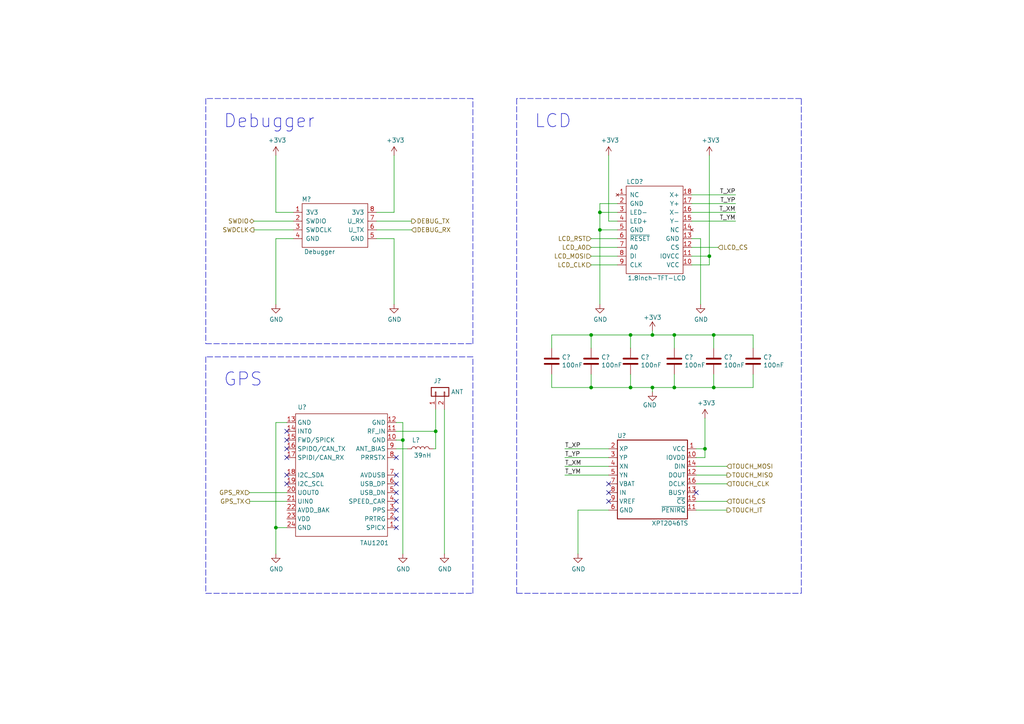
<source format=kicad_sch>
(kicad_sch (version 20211123) (generator eeschema)

  (uuid e04b8c10-725b-4bde-8cbf-66bfea5053e6)

  (paper "A4")

  (title_block
    (title "MM32_Board")
    (date "2022-01-11")
    (rev "1.0.2")
  )

  (lib_symbols
    (symbol "Connector_Generic:Conn_01x02" (pin_names (offset 1.016) hide) (in_bom yes) (on_board yes)
      (property "Reference" "J" (id 0) (at 0 2.54 0)
        (effects (font (size 1.27 1.27)))
      )
      (property "Value" "Conn_01x02" (id 1) (at 0 -5.08 0)
        (effects (font (size 1.27 1.27)))
      )
      (property "Footprint" "" (id 2) (at 0 0 0)
        (effects (font (size 1.27 1.27)) hide)
      )
      (property "Datasheet" "~" (id 3) (at 0 0 0)
        (effects (font (size 1.27 1.27)) hide)
      )
      (property "ki_keywords" "connector" (id 4) (at 0 0 0)
        (effects (font (size 1.27 1.27)) hide)
      )
      (property "ki_description" "Generic connector, single row, 01x02, script generated (kicad-library-utils/schlib/autogen/connector/)" (id 5) (at 0 0 0)
        (effects (font (size 1.27 1.27)) hide)
      )
      (property "ki_fp_filters" "Connector*:*_1x??_*" (id 6) (at 0 0 0)
        (effects (font (size 1.27 1.27)) hide)
      )
      (symbol "Conn_01x02_1_1"
        (rectangle (start -1.27 -2.413) (end 0 -2.667)
          (stroke (width 0.1524) (type default) (color 0 0 0 0))
          (fill (type none))
        )
        (rectangle (start -1.27 0.127) (end 0 -0.127)
          (stroke (width 0.1524) (type default) (color 0 0 0 0))
          (fill (type none))
        )
        (rectangle (start -1.27 1.27) (end 1.27 -3.81)
          (stroke (width 0.254) (type default) (color 0 0 0 0))
          (fill (type none))
        )
        (pin passive line (at -5.08 0 0) (length 3.81)
          (name "Pin_1" (effects (font (size 1.27 1.27))))
          (number "1" (effects (font (size 1.27 1.27))))
        )
        (pin passive line (at -5.08 -2.54 0) (length 3.81)
          (name "Pin_2" (effects (font (size 1.27 1.27))))
          (number "2" (effects (font (size 1.27 1.27))))
        )
      )
    )
    (symbol "Device:C" (pin_numbers hide) (pin_names (offset 0.254)) (in_bom yes) (on_board yes)
      (property "Reference" "C" (id 0) (at 0.635 2.54 0)
        (effects (font (size 1.27 1.27)) (justify left))
      )
      (property "Value" "C" (id 1) (at 0.635 -2.54 0)
        (effects (font (size 1.27 1.27)) (justify left))
      )
      (property "Footprint" "" (id 2) (at 0.9652 -3.81 0)
        (effects (font (size 1.27 1.27)) hide)
      )
      (property "Datasheet" "~" (id 3) (at 0 0 0)
        (effects (font (size 1.27 1.27)) hide)
      )
      (property "ki_keywords" "cap capacitor" (id 4) (at 0 0 0)
        (effects (font (size 1.27 1.27)) hide)
      )
      (property "ki_description" "Unpolarized capacitor" (id 5) (at 0 0 0)
        (effects (font (size 1.27 1.27)) hide)
      )
      (property "ki_fp_filters" "C_*" (id 6) (at 0 0 0)
        (effects (font (size 1.27 1.27)) hide)
      )
      (symbol "C_0_1"
        (polyline
          (pts
            (xy -2.032 -0.762)
            (xy 2.032 -0.762)
          )
          (stroke (width 0.508) (type default) (color 0 0 0 0))
          (fill (type none))
        )
        (polyline
          (pts
            (xy -2.032 0.762)
            (xy 2.032 0.762)
          )
          (stroke (width 0.508) (type default) (color 0 0 0 0))
          (fill (type none))
        )
      )
      (symbol "C_1_1"
        (pin passive line (at 0 3.81 270) (length 2.794)
          (name "~" (effects (font (size 1.27 1.27))))
          (number "1" (effects (font (size 1.27 1.27))))
        )
        (pin passive line (at 0 -3.81 90) (length 2.794)
          (name "~" (effects (font (size 1.27 1.27))))
          (number "2" (effects (font (size 1.27 1.27))))
        )
      )
    )
    (symbol "Device:L" (pin_numbers hide) (pin_names (offset 1.016) hide) (in_bom yes) (on_board yes)
      (property "Reference" "L" (id 0) (at -1.27 0 90)
        (effects (font (size 1.27 1.27)))
      )
      (property "Value" "L" (id 1) (at 1.905 0 90)
        (effects (font (size 1.27 1.27)))
      )
      (property "Footprint" "" (id 2) (at 0 0 0)
        (effects (font (size 1.27 1.27)) hide)
      )
      (property "Datasheet" "~" (id 3) (at 0 0 0)
        (effects (font (size 1.27 1.27)) hide)
      )
      (property "ki_keywords" "inductor choke coil reactor magnetic" (id 4) (at 0 0 0)
        (effects (font (size 1.27 1.27)) hide)
      )
      (property "ki_description" "Inductor" (id 5) (at 0 0 0)
        (effects (font (size 1.27 1.27)) hide)
      )
      (property "ki_fp_filters" "Choke_* *Coil* Inductor_* L_*" (id 6) (at 0 0 0)
        (effects (font (size 1.27 1.27)) hide)
      )
      (symbol "L_0_1"
        (arc (start 0 -2.54) (mid 0.635 -1.905) (end 0 -1.27)
          (stroke (width 0) (type default) (color 0 0 0 0))
          (fill (type none))
        )
        (arc (start 0 -1.27) (mid 0.635 -0.635) (end 0 0)
          (stroke (width 0) (type default) (color 0 0 0 0))
          (fill (type none))
        )
        (arc (start 0 0) (mid 0.635 0.635) (end 0 1.27)
          (stroke (width 0) (type default) (color 0 0 0 0))
          (fill (type none))
        )
        (arc (start 0 1.27) (mid 0.635 1.905) (end 0 2.54)
          (stroke (width 0) (type default) (color 0 0 0 0))
          (fill (type none))
        )
      )
      (symbol "L_1_1"
        (pin passive line (at 0 3.81 270) (length 1.27)
          (name "1" (effects (font (size 1.27 1.27))))
          (number "1" (effects (font (size 1.27 1.27))))
        )
        (pin passive line (at 0 -3.81 90) (length 1.27)
          (name "2" (effects (font (size 1.27 1.27))))
          (number "2" (effects (font (size 1.27 1.27))))
        )
      )
    )
    (symbol "Driver_Display:XPT2046TS" (in_bom yes) (on_board yes)
      (property "Reference" "U" (id 0) (at 1.27 24.13 0)
        (effects (font (size 1.27 1.27)))
      )
      (property "Value" "XPT2046TS" (id 1) (at 8.89 24.13 0)
        (effects (font (size 1.27 1.27)) (justify left))
      )
      (property "Footprint" "Package_SO:TSSOP-16_4.4x5mm_P0.65mm" (id 2) (at 10.16 -2.54 0)
        (effects (font (size 1.27 1.27) italic) hide)
      )
      (property "Datasheet" "http://www.xptek.cn/uploadfile/download/201707171401161883.pdf" (id 3) (at 7.62 -5.08 0)
        (effects (font (size 1.27 1.27)) hide)
      )
      (property "ki_keywords" "Single-supply, 12bit, 4 ch, touch screen driver, 2.2 - 5.25 VDD, -40 to +85 C, QSPI, SPI, 3-wire serial interface, TSSOP-16" (id 4) (at 0 0 0)
        (effects (font (size 1.27 1.27)) hide)
      )
      (property "ki_description" "Single-supply, 12bit, 4 ch, touch screen driver, 2.2 - 5.25 VDD, -40 to +85 C, QSPI, SPI, 3-wire serial interface, TSSOP-16" (id 5) (at 0 0 0)
        (effects (font (size 1.27 1.27)) hide)
      )
      (property "ki_fp_filters" "*TSSOP*4.4x5mm*P0.65mm*" (id 6) (at 0 0 0)
        (effects (font (size 1.27 1.27)) hide)
      )
      (symbol "XPT2046TS_0_1"
        (rectangle (start 0 22.86) (end 20.32 0)
          (stroke (width 0.254) (type default) (color 0 0 0 0))
          (fill (type none))
        )
      )
      (symbol "XPT2046TS_1_1"
        (pin power_in line (at 22.86 20.32 180) (length 2.54)
          (name "VCC" (effects (font (size 1.27 1.27))))
          (number "1" (effects (font (size 1.27 1.27))))
        )
        (pin power_in line (at 22.86 17.78 180) (length 2.54)
          (name "IOVDD" (effects (font (size 1.27 1.27))))
          (number "10" (effects (font (size 1.27 1.27))))
        )
        (pin open_collector line (at 22.86 2.54 180) (length 2.54)
          (name "~{PENIRQ}" (effects (font (size 1.27 1.27))))
          (number "11" (effects (font (size 1.27 1.27))))
        )
        (pin output line (at 22.86 12.7 180) (length 2.54)
          (name "DOUT" (effects (font (size 1.27 1.27))))
          (number "12" (effects (font (size 1.27 1.27))))
        )
        (pin output line (at 22.86 7.62 180) (length 2.54)
          (name "BUSY" (effects (font (size 1.27 1.27))))
          (number "13" (effects (font (size 1.27 1.27))))
        )
        (pin input line (at 22.86 15.24 180) (length 2.54)
          (name "DIN" (effects (font (size 1.27 1.27))))
          (number "14" (effects (font (size 1.27 1.27))))
        )
        (pin input line (at 22.86 5.08 180) (length 2.54)
          (name "~{CS}" (effects (font (size 1.27 1.27))))
          (number "15" (effects (font (size 1.27 1.27))))
        )
        (pin input line (at 22.86 10.16 180) (length 2.54)
          (name "DCLK" (effects (font (size 1.27 1.27))))
          (number "16" (effects (font (size 1.27 1.27))))
        )
        (pin input line (at -2.54 20.32 0) (length 2.54)
          (name "XP" (effects (font (size 1.27 1.27))))
          (number "2" (effects (font (size 1.27 1.27))))
        )
        (pin input line (at -2.54 17.78 0) (length 2.54)
          (name "YP" (effects (font (size 1.27 1.27))))
          (number "3" (effects (font (size 1.27 1.27))))
        )
        (pin input line (at -2.54 15.24 0) (length 2.54)
          (name "XN" (effects (font (size 1.27 1.27))))
          (number "4" (effects (font (size 1.27 1.27))))
        )
        (pin input line (at -2.54 12.7 0) (length 2.54)
          (name "YN" (effects (font (size 1.27 1.27))))
          (number "5" (effects (font (size 1.27 1.27))))
        )
        (pin power_in line (at -2.54 2.54 0) (length 2.54)
          (name "GND" (effects (font (size 1.27 1.27))))
          (number "6" (effects (font (size 1.27 1.27))))
        )
        (pin power_in line (at -2.54 10.16 0) (length 2.54)
          (name "VBAT" (effects (font (size 1.27 1.27))))
          (number "7" (effects (font (size 1.27 1.27))))
        )
        (pin input line (at -2.54 7.62 0) (length 2.54)
          (name "IN" (effects (font (size 1.27 1.27))))
          (number "8" (effects (font (size 1.27 1.27))))
        )
        (pin bidirectional line (at -2.54 5.08 0) (length 2.54)
          (name "VREF" (effects (font (size 1.27 1.27))))
          (number "9" (effects (font (size 1.27 1.27))))
        )
      )
    )
    (symbol "MM32_Periph:1.8inch-TFT-LCD" (pin_names (offset 1.016)) (in_bom yes) (on_board yes)
      (property "Reference" "LCD" (id 0) (at 2.54 26.67 0)
        (effects (font (size 1.27 1.27)))
      )
      (property "Value" "1.8inch-TFT-LCD" (id 1) (at 7.62 -1.27 0)
        (effects (font (size 1.27 1.27)))
      )
      (property "Footprint" "" (id 2) (at 2.54 26.67 0)
        (effects (font (size 1.27 1.27)) hide)
      )
      (property "Datasheet" "" (id 3) (at 2.54 26.67 0)
        (effects (font (size 1.27 1.27)) hide)
      )
      (symbol "1.8inch-TFT-LCD_0_1"
        (rectangle (start 0 25.4) (end 16.51 0)
          (stroke (width 0) (type default) (color 0 0 0 0))
          (fill (type none))
        )
      )
      (symbol "1.8inch-TFT-LCD_1_1"
        (pin no_connect line (at -2.54 22.86 0) (length 2.54)
          (name "NC" (effects (font (size 1.27 1.27))))
          (number "1" (effects (font (size 1.27 1.27))))
        )
        (pin power_in line (at 19.05 2.54 180) (length 2.54)
          (name "VCC" (effects (font (size 1.27 1.27))))
          (number "10" (effects (font (size 1.27 1.27))))
        )
        (pin power_in line (at 19.05 5.08 180) (length 2.54)
          (name "IOVCC" (effects (font (size 1.27 1.27))))
          (number "11" (effects (font (size 1.27 1.27))))
        )
        (pin input line (at 19.05 7.62 180) (length 2.54)
          (name "CS" (effects (font (size 1.27 1.27))))
          (number "12" (effects (font (size 1.27 1.27))))
        )
        (pin power_in line (at 19.05 10.16 180) (length 2.54)
          (name "GND" (effects (font (size 1.27 1.27))))
          (number "13" (effects (font (size 1.27 1.27))))
        )
        (pin no_connect line (at 19.05 12.7 180) (length 2.54)
          (name "NC" (effects (font (size 1.27 1.27))))
          (number "14" (effects (font (size 1.27 1.27))))
        )
        (pin passive line (at 19.05 15.24 180) (length 2.54)
          (name "Y-" (effects (font (size 1.27 1.27))))
          (number "15" (effects (font (size 1.27 1.27))))
        )
        (pin passive line (at 19.05 17.78 180) (length 2.54)
          (name "X-" (effects (font (size 1.27 1.27))))
          (number "16" (effects (font (size 1.27 1.27))))
        )
        (pin passive line (at 19.05 20.32 180) (length 2.54)
          (name "Y+" (effects (font (size 1.27 1.27))))
          (number "17" (effects (font (size 1.27 1.27))))
        )
        (pin passive line (at 19.05 22.86 180) (length 2.54)
          (name "X+" (effects (font (size 1.27 1.27))))
          (number "18" (effects (font (size 1.27 1.27))))
        )
        (pin power_in line (at -2.54 20.32 0) (length 2.54)
          (name "GND" (effects (font (size 1.27 1.27))))
          (number "2" (effects (font (size 1.27 1.27))))
        )
        (pin power_in line (at -2.54 17.78 0) (length 2.54)
          (name "LED-" (effects (font (size 1.27 1.27))))
          (number "3" (effects (font (size 1.27 1.27))))
        )
        (pin power_in line (at -2.54 15.24 0) (length 2.54)
          (name "LED+" (effects (font (size 1.27 1.27))))
          (number "4" (effects (font (size 1.27 1.27))))
        )
        (pin power_in line (at -2.54 12.7 0) (length 2.54)
          (name "GND" (effects (font (size 1.27 1.27))))
          (number "5" (effects (font (size 1.27 1.27))))
        )
        (pin input line (at -2.54 10.16 0) (length 2.54)
          (name "~{RESET}" (effects (font (size 1.27 1.27))))
          (number "6" (effects (font (size 1.27 1.27))))
        )
        (pin input line (at -2.54 7.62 0) (length 2.54)
          (name "A0" (effects (font (size 1.27 1.27))))
          (number "7" (effects (font (size 1.27 1.27))))
        )
        (pin input line (at -2.54 5.08 0) (length 2.54)
          (name "DI" (effects (font (size 1.27 1.27))))
          (number "8" (effects (font (size 1.27 1.27))))
        )
        (pin input line (at -2.54 2.54 0) (length 2.54)
          (name "CLK" (effects (font (size 1.27 1.27))))
          (number "9" (effects (font (size 1.27 1.27))))
        )
      )
    )
    (symbol "MM32_Periph:Debugger" (pin_names (offset 1.016)) (in_bom yes) (on_board yes)
      (property "Reference" "M" (id 0) (at 1.27 13.97 0)
        (effects (font (size 1.27 1.27)))
      )
      (property "Value" "Debugger" (id 1) (at 6.35 -1.27 0)
        (effects (font (size 1.27 1.27)))
      )
      (property "Footprint" "" (id 2) (at 1.27 13.97 0)
        (effects (font (size 1.27 1.27)) hide)
      )
      (property "Datasheet" "" (id 3) (at 1.27 13.97 0)
        (effects (font (size 1.27 1.27)) hide)
      )
      (symbol "Debugger_0_1"
        (rectangle (start 0 12.7) (end 19.05 0)
          (stroke (width 0) (type default) (color 0 0 0 0))
          (fill (type none))
        )
      )
      (symbol "Debugger_1_1"
        (pin power_in line (at -2.54 10.16 0) (length 2.54)
          (name "3V3" (effects (font (size 1.27 1.27))))
          (number "1" (effects (font (size 1.27 1.27))))
        )
        (pin bidirectional line (at -2.54 7.62 0) (length 2.54)
          (name "SWDIO" (effects (font (size 1.27 1.27))))
          (number "2" (effects (font (size 1.27 1.27))))
        )
        (pin output line (at -2.54 5.08 0) (length 2.54)
          (name "SWDCLK" (effects (font (size 1.27 1.27))))
          (number "3" (effects (font (size 1.27 1.27))))
        )
        (pin power_in line (at -2.54 2.54 0) (length 2.54)
          (name "GND" (effects (font (size 1.27 1.27))))
          (number "4" (effects (font (size 1.27 1.27))))
        )
        (pin power_in line (at 21.59 2.54 180) (length 2.54)
          (name "GND" (effects (font (size 1.27 1.27))))
          (number "5" (effects (font (size 1.27 1.27))))
        )
        (pin output line (at 21.59 5.08 180) (length 2.54)
          (name "U_TX" (effects (font (size 1.27 1.27))))
          (number "6" (effects (font (size 1.27 1.27))))
        )
        (pin output line (at 21.59 7.62 180) (length 2.54)
          (name "U_RX" (effects (font (size 1.27 1.27))))
          (number "7" (effects (font (size 1.27 1.27))))
        )
        (pin power_in line (at 21.59 10.16 180) (length 2.54)
          (name "3V3" (effects (font (size 1.27 1.27))))
          (number "8" (effects (font (size 1.27 1.27))))
        )
        (pin no_connect line (at 10.16 13.97 270) (length 2.54) hide
          (name "NC" (effects (font (size 1.27 1.27))))
          (number "9" (effects (font (size 1.27 1.27))))
        )
      )
    )
    (symbol "MM32_Periph:TAU1201" (in_bom yes) (on_board yes)
      (property "Reference" "U" (id 0) (at 1.27 36.83 0)
        (effects (font (size 1.27 1.27)))
      )
      (property "Value" "TAU1201" (id 1) (at 22.86 -1.27 0)
        (effects (font (size 1.27 1.27)))
      )
      (property "Footprint" "RF_GPS:ublox_NEO" (id 2) (at 8.89 -1.27 0)
        (effects (font (size 1.27 1.27)) hide)
      )
      (property "Datasheet" "" (id 3) (at 1.27 30.48 0)
        (effects (font (size 1.27 1.27)) hide)
      )
      (symbol "TAU1201_0_1"
        (rectangle (start 0 35.56) (end 26.67 0)
          (stroke (width 0) (type default) (color 0 0 0 0))
          (fill (type none))
        )
      )
      (symbol "TAU1201_1_1"
        (pin output line (at -2.54 33.02 0) (length 2.54)
          (name "SPICX" (effects (font (size 1.27 1.27))))
          (number "1" (effects (font (size 1.27 1.27))))
        )
        (pin power_in line (at -2.54 7.62 0) (length 2.54)
          (name "GND" (effects (font (size 1.27 1.27))))
          (number "10" (effects (font (size 1.27 1.27))))
        )
        (pin input line (at -2.54 5.08 0) (length 2.54)
          (name "RF_IN" (effects (font (size 1.27 1.27))))
          (number "11" (effects (font (size 1.27 1.27))))
        )
        (pin power_in line (at -2.54 2.54 0) (length 2.54)
          (name "GND" (effects (font (size 1.27 1.27))))
          (number "12" (effects (font (size 1.27 1.27))))
        )
        (pin power_in line (at 29.21 2.54 180) (length 2.54)
          (name "GND" (effects (font (size 1.27 1.27))))
          (number "13" (effects (font (size 1.27 1.27))))
        )
        (pin output line (at 29.21 5.08 180) (length 2.54)
          (name "INT0" (effects (font (size 1.27 1.27))))
          (number "14" (effects (font (size 1.27 1.27))))
        )
        (pin output line (at 29.21 7.62 180) (length 2.54)
          (name "FWD/SPICK" (effects (font (size 1.27 1.27))))
          (number "15" (effects (font (size 1.27 1.27))))
        )
        (pin output line (at 29.21 10.16 180) (length 2.54)
          (name "SPIDO/CAN_TX" (effects (font (size 1.27 1.27))))
          (number "16" (effects (font (size 1.27 1.27))))
        )
        (pin output line (at 29.21 12.7 180) (length 2.54)
          (name "SPIDI/CAN_RX" (effects (font (size 1.27 1.27))))
          (number "17" (effects (font (size 1.27 1.27))))
        )
        (pin bidirectional line (at 29.21 17.78 180) (length 2.54)
          (name "I2C_SDA" (effects (font (size 1.27 1.27))))
          (number "18" (effects (font (size 1.27 1.27))))
        )
        (pin output line (at 29.21 20.32 180) (length 2.54)
          (name "I2C_SCL" (effects (font (size 1.27 1.27))))
          (number "19" (effects (font (size 1.27 1.27))))
        )
        (pin input line (at -2.54 30.48 0) (length 2.54)
          (name "PRTRG" (effects (font (size 1.27 1.27))))
          (number "2" (effects (font (size 1.27 1.27))))
        )
        (pin output line (at 29.21 22.86 180) (length 2.54)
          (name "UOUT0" (effects (font (size 1.27 1.27))))
          (number "20" (effects (font (size 1.27 1.27))))
        )
        (pin input line (at 29.21 25.4 180) (length 2.54)
          (name "UIN0" (effects (font (size 1.27 1.27))))
          (number "21" (effects (font (size 1.27 1.27))))
        )
        (pin power_in line (at 29.21 27.94 180) (length 2.54)
          (name "AVDD_BAK" (effects (font (size 1.27 1.27))))
          (number "22" (effects (font (size 1.27 1.27))))
        )
        (pin power_in line (at 29.21 30.48 180) (length 2.54)
          (name "VDD" (effects (font (size 1.27 1.27))))
          (number "23" (effects (font (size 1.27 1.27))))
        )
        (pin power_in line (at 29.21 33.02 180) (length 2.54)
          (name "GND" (effects (font (size 1.27 1.27))))
          (number "24" (effects (font (size 1.27 1.27))))
        )
        (pin output line (at -2.54 27.94 0) (length 2.54)
          (name "PPS" (effects (font (size 1.27 1.27))))
          (number "3" (effects (font (size 1.27 1.27))))
        )
        (pin input line (at -2.54 25.4 0) (length 2.54)
          (name "SPEED_CAR" (effects (font (size 1.27 1.27))))
          (number "4" (effects (font (size 1.27 1.27))))
        )
        (pin bidirectional line (at -2.54 22.86 0) (length 2.54)
          (name "USB_DN" (effects (font (size 1.27 1.27))))
          (number "5" (effects (font (size 1.27 1.27))))
        )
        (pin bidirectional line (at -2.54 20.32 0) (length 2.54)
          (name "USB_DP" (effects (font (size 1.27 1.27))))
          (number "6" (effects (font (size 1.27 1.27))))
        )
        (pin power_in line (at -2.54 17.78 0) (length 2.54)
          (name "AVDUSB" (effects (font (size 1.27 1.27))))
          (number "7" (effects (font (size 1.27 1.27))))
        )
        (pin input line (at -2.54 12.7 0) (length 2.54)
          (name "PRRSTX" (effects (font (size 1.27 1.27))))
          (number "8" (effects (font (size 1.27 1.27))))
        )
        (pin output line (at -2.54 10.16 0) (length 2.54)
          (name "ANT_BIAS" (effects (font (size 1.27 1.27))))
          (number "9" (effects (font (size 1.27 1.27))))
        )
      )
    )
    (symbol "power:+3.3V" (power) (pin_names (offset 0)) (in_bom yes) (on_board yes)
      (property "Reference" "#PWR" (id 0) (at 0 -3.81 0)
        (effects (font (size 1.27 1.27)) hide)
      )
      (property "Value" "+3.3V" (id 1) (at 0 3.556 0)
        (effects (font (size 1.27 1.27)))
      )
      (property "Footprint" "" (id 2) (at 0 0 0)
        (effects (font (size 1.27 1.27)) hide)
      )
      (property "Datasheet" "" (id 3) (at 0 0 0)
        (effects (font (size 1.27 1.27)) hide)
      )
      (property "ki_keywords" "power-flag" (id 4) (at 0 0 0)
        (effects (font (size 1.27 1.27)) hide)
      )
      (property "ki_description" "Power symbol creates a global label with name \"+3.3V\"" (id 5) (at 0 0 0)
        (effects (font (size 1.27 1.27)) hide)
      )
      (symbol "+3.3V_0_1"
        (polyline
          (pts
            (xy -0.762 1.27)
            (xy 0 2.54)
          )
          (stroke (width 0) (type default) (color 0 0 0 0))
          (fill (type none))
        )
        (polyline
          (pts
            (xy 0 0)
            (xy 0 2.54)
          )
          (stroke (width 0) (type default) (color 0 0 0 0))
          (fill (type none))
        )
        (polyline
          (pts
            (xy 0 2.54)
            (xy 0.762 1.27)
          )
          (stroke (width 0) (type default) (color 0 0 0 0))
          (fill (type none))
        )
      )
      (symbol "+3.3V_1_1"
        (pin power_in line (at 0 0 90) (length 0) hide
          (name "+3V3" (effects (font (size 1.27 1.27))))
          (number "1" (effects (font (size 1.27 1.27))))
        )
      )
    )
    (symbol "power:GND" (power) (pin_names (offset 0)) (in_bom yes) (on_board yes)
      (property "Reference" "#PWR" (id 0) (at 0 -6.35 0)
        (effects (font (size 1.27 1.27)) hide)
      )
      (property "Value" "GND" (id 1) (at 0 -3.81 0)
        (effects (font (size 1.27 1.27)))
      )
      (property "Footprint" "" (id 2) (at 0 0 0)
        (effects (font (size 1.27 1.27)) hide)
      )
      (property "Datasheet" "" (id 3) (at 0 0 0)
        (effects (font (size 1.27 1.27)) hide)
      )
      (property "ki_keywords" "power-flag" (id 4) (at 0 0 0)
        (effects (font (size 1.27 1.27)) hide)
      )
      (property "ki_description" "Power symbol creates a global label with name \"GND\" , ground" (id 5) (at 0 0 0)
        (effects (font (size 1.27 1.27)) hide)
      )
      (symbol "GND_0_1"
        (polyline
          (pts
            (xy 0 0)
            (xy 0 -1.27)
            (xy 1.27 -1.27)
            (xy 0 -2.54)
            (xy -1.27 -1.27)
            (xy 0 -1.27)
          )
          (stroke (width 0) (type default) (color 0 0 0 0))
          (fill (type none))
        )
      )
      (symbol "GND_1_1"
        (pin power_in line (at 0 0 270) (length 0) hide
          (name "GND" (effects (font (size 1.27 1.27))))
          (number "1" (effects (font (size 1.27 1.27))))
        )
      )
    )
  )

  (junction (at 116.84 127.635) (diameter 0) (color 0 0 0 0)
    (uuid 018995d3-9cb6-45b1-b98c-ce09931f8f2c)
  )
  (junction (at 195.58 97.155) (diameter 0) (color 0 0 0 0)
    (uuid 0f62e92c-dce6-45dc-a560-b9db10f66ff3)
  )
  (junction (at 182.88 97.155) (diameter 0) (color 0 0 0 0)
    (uuid 22ab392d-1989-4185-9178-8083812ea067)
  )
  (junction (at 182.88 112.395) (diameter 0) (color 0 0 0 0)
    (uuid 23345f3e-d08d-4834-b1dc-64de02569916)
  )
  (junction (at 207.01 97.155) (diameter 0) (color 0 0 0 0)
    (uuid 2938bf2d-2d32-4cb0-9d4d-563ea28ffffa)
  )
  (junction (at 207.01 112.395) (diameter 0) (color 0 0 0 0)
    (uuid 29987966-1d19-4068-93f6-a61cdfb40ffa)
  )
  (junction (at 173.99 61.595) (diameter 0) (color 0 0 0 0)
    (uuid 3579cf2f-29b0-46b6-a07d-483fb5586322)
  )
  (junction (at 205.74 74.295) (diameter 0) (color 0 0 0 0)
    (uuid 3c646c61-400f-4f60-98b8-05ed5e632a3f)
  )
  (junction (at 126.365 125.095) (diameter 0) (color 0 0 0 0)
    (uuid 489edc9c-222a-4332-b271-d9eb4da484f7)
  )
  (junction (at 189.23 97.155) (diameter 0) (color 0 0 0 0)
    (uuid 8b022692-69b7-4bd6-bf38-57edecf356fa)
  )
  (junction (at 171.45 112.395) (diameter 0) (color 0 0 0 0)
    (uuid a12b751e-ae7a-468c-af3d-31ed4d501b01)
  )
  (junction (at 195.58 112.395) (diameter 0) (color 0 0 0 0)
    (uuid ab0ea55a-63b3-4ece-836d-2844713a821f)
  )
  (junction (at 189.23 112.395) (diameter 0) (color 0 0 0 0)
    (uuid b121f1ff-8472-460b-ab2d-5110ddd1ca28)
  )
  (junction (at 171.45 97.155) (diameter 0) (color 0 0 0 0)
    (uuid b606e532-e4c7-444d-b9ff-879f52cfde92)
  )
  (junction (at 80.01 153.035) (diameter 0) (color 0 0 0 0)
    (uuid eda9d2fa-cddd-4ea4-8340-210577f45e59)
  )
  (junction (at 204.47 130.175) (diameter 0) (color 0 0 0 0)
    (uuid fb1a635e-b207-4b36-b0fb-e877e480e86a)
  )
  (junction (at 173.99 66.675) (diameter 0) (color 0 0 0 0)
    (uuid fb9a832c-737d-49fb-bbb4-29a0ba3e8178)
  )

  (no_connect (at 114.935 142.875) (uuid 026e57c3-3652-46d0-b727-c856d89ecc6b))
  (no_connect (at 83.185 127.635) (uuid 026e57c3-3652-46d0-b727-c856d89ecc6c))
  (no_connect (at 83.185 125.095) (uuid 026e57c3-3652-46d0-b727-c856d89ecc6d))
  (no_connect (at 83.185 140.335) (uuid 026e57c3-3652-46d0-b727-c856d89ecc6e))
  (no_connect (at 114.935 140.335) (uuid 026e57c3-3652-46d0-b727-c856d89ecc6f))
  (no_connect (at 83.185 132.715) (uuid 026e57c3-3652-46d0-b727-c856d89ecc70))
  (no_connect (at 83.185 130.175) (uuid 026e57c3-3652-46d0-b727-c856d89ecc71))
  (no_connect (at 114.935 132.715) (uuid 026e57c3-3652-46d0-b727-c856d89ecc72))
  (no_connect (at 114.935 137.795) (uuid 026e57c3-3652-46d0-b727-c856d89ecc73))
  (no_connect (at 83.185 137.795) (uuid 026e57c3-3652-46d0-b727-c856d89ecc74))
  (no_connect (at 114.935 145.415) (uuid 026e57c3-3652-46d0-b727-c856d89ecc75))
  (no_connect (at 114.935 153.035) (uuid 026e57c3-3652-46d0-b727-c856d89ecc76))
  (no_connect (at 114.935 147.955) (uuid 026e57c3-3652-46d0-b727-c856d89ecc77))
  (no_connect (at 114.935 150.495) (uuid 026e57c3-3652-46d0-b727-c856d89ecc78))
  (no_connect (at 201.93 142.875) (uuid 28b01cd2-da3a-46ec-8825-b0f31a0b8987))
  (no_connect (at 176.53 142.875) (uuid 8615dae0-65cf-4932-8e6f-9a0f32429a5e))
  (no_connect (at 176.53 145.415) (uuid 91c82043-0b26-427f-b23c-6094224ddfc2))
  (no_connect (at 176.53 140.335) (uuid b547dd70-2ea7-4cfd-a1ee-911561975d81))

  (wire (pts (xy 160.02 100.965) (xy 160.02 97.155))
    (stroke (width 0) (type default) (color 0 0 0 0))
    (uuid 046ca2d8-3ca1-4c64-8090-c45e9adcf30e)
  )
  (wire (pts (xy 201.93 130.175) (xy 204.47 130.175))
    (stroke (width 0) (type default) (color 0 0 0 0))
    (uuid 0a8dfc5c-35dc-4e44-a2bf-5968ebf90cca)
  )
  (wire (pts (xy 171.45 97.155) (xy 182.88 97.155))
    (stroke (width 0) (type default) (color 0 0 0 0))
    (uuid 0c9bbc06-f1c0-4359-8448-9c515b32a886)
  )
  (wire (pts (xy 182.88 112.395) (xy 189.23 112.395))
    (stroke (width 0) (type default) (color 0 0 0 0))
    (uuid 0d095387-710d-4633-a6c3-04eab60b585a)
  )
  (wire (pts (xy 173.99 88.265) (xy 173.99 66.675))
    (stroke (width 0) (type default) (color 0 0 0 0))
    (uuid 0e0f9829-27a5-43b2-a0ae-121d3ce72ef4)
  )
  (wire (pts (xy 160.02 108.585) (xy 160.02 112.395))
    (stroke (width 0) (type default) (color 0 0 0 0))
    (uuid 0ff398d7-e6e2-4972-a7a4-438407886f34)
  )
  (wire (pts (xy 218.44 112.395) (xy 218.44 108.585))
    (stroke (width 0) (type default) (color 0 0 0 0))
    (uuid 153169ce-9fac-4868-bc4e-e1381c5bb726)
  )
  (wire (pts (xy 160.02 112.395) (xy 171.45 112.395))
    (stroke (width 0) (type default) (color 0 0 0 0))
    (uuid 18dee026-9999-4f10-8c36-736131349406)
  )
  (wire (pts (xy 125.73 130.175) (xy 126.365 130.175))
    (stroke (width 0) (type default) (color 0 0 0 0))
    (uuid 21adbd15-4c9a-4ee2-9343-d6b3b115113d)
  )
  (wire (pts (xy 116.84 122.555) (xy 116.84 127.635))
    (stroke (width 0) (type default) (color 0 0 0 0))
    (uuid 2225da55-1dcd-4c33-80ed-2b1ccf26cc10)
  )
  (wire (pts (xy 207.01 108.585) (xy 207.01 112.395))
    (stroke (width 0) (type default) (color 0 0 0 0))
    (uuid 2276ec6c-cdcc-4369-86b4-8267d991001e)
  )
  (polyline (pts (xy 137.16 28.575) (xy 59.69 28.575))
    (stroke (width 0) (type default) (color 0 0 0 0))
    (uuid 2d0d333a-99a0-4575-9433-710c8cc7ac0b)
  )

  (wire (pts (xy 80.01 160.655) (xy 80.01 153.035))
    (stroke (width 0) (type default) (color 0 0 0 0))
    (uuid 2daacdc9-8d16-4a09-9953-ab3dfb884097)
  )
  (wire (pts (xy 171.45 100.965) (xy 171.45 97.155))
    (stroke (width 0) (type default) (color 0 0 0 0))
    (uuid 2dc66f7e-d85d-4081-ae71-fd8851d6aeda)
  )
  (wire (pts (xy 176.53 64.135) (xy 176.53 45.085))
    (stroke (width 0) (type default) (color 0 0 0 0))
    (uuid 34a11a07-8b7f-45d2-96e3-89fd43e62756)
  )
  (wire (pts (xy 205.74 74.295) (xy 205.74 45.085))
    (stroke (width 0) (type default) (color 0 0 0 0))
    (uuid 3656bb3f-f8a4-4f3a-8e9a-ec6203c87a56)
  )
  (wire (pts (xy 173.99 59.055) (xy 179.07 59.055))
    (stroke (width 0) (type default) (color 0 0 0 0))
    (uuid 3934b2e9-06c8-499c-a6df-4d7b35cfb894)
  )
  (wire (pts (xy 171.45 69.215) (xy 179.07 69.215))
    (stroke (width 0) (type default) (color 0 0 0 0))
    (uuid 3c121a93-b189-409b-a104-2bdd37ff0b51)
  )
  (wire (pts (xy 200.66 56.515) (xy 213.36 56.515))
    (stroke (width 0) (type default) (color 0 0 0 0))
    (uuid 3c3e06bd-c8bb-4ec8-84e0-f7f9437909b3)
  )
  (wire (pts (xy 179.07 64.135) (xy 176.53 64.135))
    (stroke (width 0) (type default) (color 0 0 0 0))
    (uuid 41b4f8c6-4973-4fc7-9118-d582bc7f31e7)
  )
  (polyline (pts (xy 232.41 172.085) (xy 232.41 28.575))
    (stroke (width 0) (type default) (color 0 0 0 0))
    (uuid 42bd0f96-a831-406e-abb7-03ed1bbd785f)
  )

  (wire (pts (xy 80.01 61.595) (xy 85.09 61.595))
    (stroke (width 0) (type default) (color 0 0 0 0))
    (uuid 42ecdba3-f348-4384-8d4b-cd21e56f3613)
  )
  (wire (pts (xy 179.07 66.675) (xy 173.99 66.675))
    (stroke (width 0) (type default) (color 0 0 0 0))
    (uuid 47993d80-a37e-426e-90c9-fd54b49ed166)
  )
  (wire (pts (xy 163.83 135.255) (xy 176.53 135.255))
    (stroke (width 0) (type default) (color 0 0 0 0))
    (uuid 4b471778-f61d-4b9d-a507-3d4f82ec4b7c)
  )
  (wire (pts (xy 171.45 112.395) (xy 182.88 112.395))
    (stroke (width 0) (type default) (color 0 0 0 0))
    (uuid 5099f397-6fe7-454f-899c-34e2b5f22ca7)
  )
  (wire (pts (xy 195.58 100.965) (xy 195.58 97.155))
    (stroke (width 0) (type default) (color 0 0 0 0))
    (uuid 53fda1fb-12bd-4536-80e1-aab5c0e3fc58)
  )
  (wire (pts (xy 173.99 66.675) (xy 173.99 61.595))
    (stroke (width 0) (type default) (color 0 0 0 0))
    (uuid 54093c93-5e7e-4c8d-8d94-40c077747c12)
  )
  (polyline (pts (xy 232.41 28.575) (xy 149.86 28.575))
    (stroke (width 0) (type default) (color 0 0 0 0))
    (uuid 57543893-39bf-4d83-b4e0-8d020b4a6d48)
  )

  (wire (pts (xy 201.93 145.415) (xy 210.82 145.415))
    (stroke (width 0) (type default) (color 0 0 0 0))
    (uuid 5a26e686-d577-46fe-bcde-f15c80371c25)
  )
  (wire (pts (xy 80.01 69.215) (xy 80.01 88.265))
    (stroke (width 0) (type default) (color 0 0 0 0))
    (uuid 5a390647-51ba-4684-b747-9001f749ff71)
  )
  (wire (pts (xy 204.47 132.715) (xy 201.93 132.715))
    (stroke (width 0) (type default) (color 0 0 0 0))
    (uuid 5a397f61-35c4-4c18-9dcd-73a2d44cc9af)
  )
  (wire (pts (xy 204.47 121.285) (xy 204.47 130.175))
    (stroke (width 0) (type default) (color 0 0 0 0))
    (uuid 5cff09b0-b3d4-41a7-a6a4-7f917b40eda9)
  )
  (wire (pts (xy 213.36 59.055) (xy 200.66 59.055))
    (stroke (width 0) (type default) (color 0 0 0 0))
    (uuid 5eedf685-0df3-4da8-aded-0e6ed1cb2507)
  )
  (wire (pts (xy 72.39 145.415) (xy 83.185 145.415))
    (stroke (width 0) (type default) (color 0 0 0 0))
    (uuid 6202d3a2-09a3-4737-ba1d-4d7754445b83)
  )
  (polyline (pts (xy 59.69 99.695) (xy 137.16 99.695))
    (stroke (width 0) (type default) (color 0 0 0 0))
    (uuid 629fdb7a-7978-43d0-987e-b84465775826)
  )

  (wire (pts (xy 201.93 137.795) (xy 210.82 137.795))
    (stroke (width 0) (type default) (color 0 0 0 0))
    (uuid 692d87e9-6b70-46cc-9c78-b75193a484cc)
  )
  (wire (pts (xy 80.01 153.035) (xy 83.185 153.035))
    (stroke (width 0) (type default) (color 0 0 0 0))
    (uuid 696cf40a-81f1-4beb-8a8f-dec82279e256)
  )
  (wire (pts (xy 207.01 112.395) (xy 218.44 112.395))
    (stroke (width 0) (type default) (color 0 0 0 0))
    (uuid 6ba19f6c-fa3a-4bf3-8c57-119de0f02b65)
  )
  (wire (pts (xy 182.88 100.965) (xy 182.88 97.155))
    (stroke (width 0) (type default) (color 0 0 0 0))
    (uuid 6fd21292-6577-40e1-bbda-18906b5e9f6f)
  )
  (wire (pts (xy 114.935 127.635) (xy 116.84 127.635))
    (stroke (width 0) (type default) (color 0 0 0 0))
    (uuid 703901dc-aaa2-4eb3-b2bb-dfacb4455021)
  )
  (wire (pts (xy 179.07 61.595) (xy 173.99 61.595))
    (stroke (width 0) (type default) (color 0 0 0 0))
    (uuid 73f40fda-e6eb-4f93-9482-56cf47d84a87)
  )
  (wire (pts (xy 85.09 69.215) (xy 80.01 69.215))
    (stroke (width 0) (type default) (color 0 0 0 0))
    (uuid 765684c2-53b3-4ef7-bd1b-7a4a73d87b76)
  )
  (wire (pts (xy 195.58 112.395) (xy 207.01 112.395))
    (stroke (width 0) (type default) (color 0 0 0 0))
    (uuid 799d9f4a-bb6b-44d5-9f4c-3a30db59943d)
  )
  (polyline (pts (xy 59.69 28.575) (xy 59.69 99.695))
    (stroke (width 0) (type default) (color 0 0 0 0))
    (uuid 7c6e532b-1afd-48d4-9389-2942dcbc7c3c)
  )

  (wire (pts (xy 126.365 125.095) (xy 126.365 130.175))
    (stroke (width 0) (type default) (color 0 0 0 0))
    (uuid 7c6fa35b-ae2e-4bc1-8ce6-4865b75485af)
  )
  (wire (pts (xy 167.64 147.955) (xy 176.53 147.955))
    (stroke (width 0) (type default) (color 0 0 0 0))
    (uuid 80f8c1b4-10dd-40fe-b7f7-67988bc3ad81)
  )
  (wire (pts (xy 189.23 97.155) (xy 195.58 97.155))
    (stroke (width 0) (type default) (color 0 0 0 0))
    (uuid 87a0ffb1-5477-4b20-a3ac-fef5af129a33)
  )
  (wire (pts (xy 176.53 137.795) (xy 163.83 137.795))
    (stroke (width 0) (type default) (color 0 0 0 0))
    (uuid 883105b0-f6a6-466b-ba58-a2fcc1f18e4b)
  )
  (wire (pts (xy 207.01 100.965) (xy 207.01 97.155))
    (stroke (width 0) (type default) (color 0 0 0 0))
    (uuid 89bd1fdd-6a91-474e-8495-7a2ba7eb6260)
  )
  (wire (pts (xy 213.36 64.135) (xy 200.66 64.135))
    (stroke (width 0) (type default) (color 0 0 0 0))
    (uuid 90fd611c-300b-48cf-a7c4-0d604953cd00)
  )
  (wire (pts (xy 207.01 97.155) (xy 218.44 97.155))
    (stroke (width 0) (type default) (color 0 0 0 0))
    (uuid 929c74c0-78bf-4efe-a778-fa328e951865)
  )
  (wire (pts (xy 200.66 71.755) (xy 208.28 71.755))
    (stroke (width 0) (type default) (color 0 0 0 0))
    (uuid 94c3d0e3-d7fb-421d-bbb4-5c800d76c809)
  )
  (wire (pts (xy 200.66 74.295) (xy 205.74 74.295))
    (stroke (width 0) (type default) (color 0 0 0 0))
    (uuid 961b4579-9ee8-407a-89a7-81f36f1ad865)
  )
  (wire (pts (xy 85.09 66.675) (xy 73.66 66.675))
    (stroke (width 0) (type default) (color 0 0 0 0))
    (uuid 9640e044-e4b2-4c33-9e1c-1d9894a69337)
  )
  (wire (pts (xy 201.93 147.955) (xy 210.82 147.955))
    (stroke (width 0) (type default) (color 0 0 0 0))
    (uuid 97e5f992-979e-4291-bd9a-a77c3fd4b1b5)
  )
  (wire (pts (xy 200.66 69.215) (xy 203.2 69.215))
    (stroke (width 0) (type default) (color 0 0 0 0))
    (uuid 981ff4de-0330-4757-b746-0cb983df5e7c)
  )
  (wire (pts (xy 179.07 76.835) (xy 171.45 76.835))
    (stroke (width 0) (type default) (color 0 0 0 0))
    (uuid 9a595c4c-9ac1-4ae3-8ff3-1b7f2281a894)
  )
  (wire (pts (xy 179.07 71.755) (xy 171.45 71.755))
    (stroke (width 0) (type default) (color 0 0 0 0))
    (uuid 9b07d532-5f76-4469-8dbf-25ac27eef589)
  )
  (polyline (pts (xy 149.86 172.085) (xy 232.41 172.085))
    (stroke (width 0) (type default) (color 0 0 0 0))
    (uuid 9bb406d9-c650-4e67-9a26-3195d4de542e)
  )
  (polyline (pts (xy 149.86 28.575) (xy 149.86 172.085))
    (stroke (width 0) (type default) (color 0 0 0 0))
    (uuid 9c5933cf-1535-4465-90dd-da9b75afcdcf)
  )

  (wire (pts (xy 189.23 112.395) (xy 195.58 112.395))
    (stroke (width 0) (type default) (color 0 0 0 0))
    (uuid 9e427954-2486-4c91-89b5-6af73a073442)
  )
  (wire (pts (xy 195.58 108.585) (xy 195.58 112.395))
    (stroke (width 0) (type default) (color 0 0 0 0))
    (uuid 9f95f1fc-aa31-4ce6-996a-4b385731d8eb)
  )
  (wire (pts (xy 114.3 45.085) (xy 114.3 61.595))
    (stroke (width 0) (type default) (color 0 0 0 0))
    (uuid a22bec73-a69c-4ab7-8d8d-f6a6b09f925f)
  )
  (wire (pts (xy 171.45 74.295) (xy 179.07 74.295))
    (stroke (width 0) (type default) (color 0 0 0 0))
    (uuid a26bdee6-0e16-4ea6-87f7-fb32c714896e)
  )
  (wire (pts (xy 160.02 97.155) (xy 171.45 97.155))
    (stroke (width 0) (type default) (color 0 0 0 0))
    (uuid a4541b62-7a39-4707-9c6f-80dce1be9cee)
  )
  (wire (pts (xy 210.82 135.255) (xy 201.93 135.255))
    (stroke (width 0) (type default) (color 0 0 0 0))
    (uuid a6706c54-6a82-42d1-a6c9-48341690e19d)
  )
  (wire (pts (xy 210.82 140.335) (xy 201.93 140.335))
    (stroke (width 0) (type default) (color 0 0 0 0))
    (uuid aa0466c6-766f-4bb4-abf1-502a6a06f91d)
  )
  (wire (pts (xy 176.53 132.715) (xy 163.83 132.715))
    (stroke (width 0) (type default) (color 0 0 0 0))
    (uuid adcbf4d0-ed9c-4c7d-b78f-3bcbe974bdcb)
  )
  (wire (pts (xy 109.22 69.215) (xy 114.3 69.215))
    (stroke (width 0) (type default) (color 0 0 0 0))
    (uuid b44c0167-50fe-4c67-94fb-5ce2e6f52544)
  )
  (polyline (pts (xy 137.16 103.505) (xy 59.69 103.505))
    (stroke (width 0) (type default) (color 0 0 0 0))
    (uuid b4675fcd-90dd-499b-8feb-46b51a88378c)
  )

  (wire (pts (xy 189.23 97.155) (xy 189.23 95.885))
    (stroke (width 0) (type default) (color 0 0 0 0))
    (uuid b9c0c276-e6f1-47dd-b072-0f92904248ca)
  )
  (wire (pts (xy 114.3 61.595) (xy 109.22 61.595))
    (stroke (width 0) (type default) (color 0 0 0 0))
    (uuid bd29b6d3-a58c-4b1f-9c20-de4efb708ab2)
  )
  (wire (pts (xy 182.88 108.585) (xy 182.88 112.395))
    (stroke (width 0) (type default) (color 0 0 0 0))
    (uuid c220da05-2a98-47be-9327-0c73c5263c41)
  )
  (wire (pts (xy 116.84 127.635) (xy 116.84 160.655))
    (stroke (width 0) (type default) (color 0 0 0 0))
    (uuid c6049e15-b856-4700-bcc3-ea2adc976bad)
  )
  (wire (pts (xy 218.44 97.155) (xy 218.44 100.965))
    (stroke (width 0) (type default) (color 0 0 0 0))
    (uuid c62adb8b-b306-48da-b0ae-f6a287e54f62)
  )
  (wire (pts (xy 163.83 130.175) (xy 176.53 130.175))
    (stroke (width 0) (type default) (color 0 0 0 0))
    (uuid c6bba6d7-3631-448e-9df8-b5a9e3238ade)
  )
  (wire (pts (xy 128.905 118.745) (xy 128.905 160.655))
    (stroke (width 0) (type default) (color 0 0 0 0))
    (uuid c6fdb15b-1380-446c-9534-7861c18c793a)
  )
  (wire (pts (xy 204.47 130.175) (xy 204.47 132.715))
    (stroke (width 0) (type default) (color 0 0 0 0))
    (uuid c9badf80-21f8-404a-b5df-18e98bffebf9)
  )
  (wire (pts (xy 114.935 125.095) (xy 126.365 125.095))
    (stroke (width 0) (type default) (color 0 0 0 0))
    (uuid d081503c-be91-429b-a7a0-d55a1a9b8352)
  )
  (wire (pts (xy 114.935 122.555) (xy 116.84 122.555))
    (stroke (width 0) (type default) (color 0 0 0 0))
    (uuid d1b35aff-d683-4f18-85b8-a7a6236cf0be)
  )
  (wire (pts (xy 72.39 142.875) (xy 83.185 142.875))
    (stroke (width 0) (type default) (color 0 0 0 0))
    (uuid d2d543cf-263b-4408-9d67-558c4d0e0a53)
  )
  (polyline (pts (xy 59.69 172.085) (xy 137.16 172.085))
    (stroke (width 0) (type default) (color 0 0 0 0))
    (uuid d53baa32-ba88-4646-9db3-0e9b0f0da4f0)
  )

  (wire (pts (xy 182.88 97.155) (xy 189.23 97.155))
    (stroke (width 0) (type default) (color 0 0 0 0))
    (uuid d5a7688c-7438-4b6d-999f-4f2a3cb18fd6)
  )
  (wire (pts (xy 205.74 76.835) (xy 205.74 74.295))
    (stroke (width 0) (type default) (color 0 0 0 0))
    (uuid d70d1cd3-1668-4688-8eb7-f773efb7bb87)
  )
  (wire (pts (xy 189.23 113.665) (xy 189.23 112.395))
    (stroke (width 0) (type default) (color 0 0 0 0))
    (uuid db532ed2-914c-41b4-b389-de2bf235d0a7)
  )
  (wire (pts (xy 114.935 130.175) (xy 118.11 130.175))
    (stroke (width 0) (type default) (color 0 0 0 0))
    (uuid dc476d0f-b742-4334-ba36-179724811bed)
  )
  (wire (pts (xy 114.3 69.215) (xy 114.3 88.265))
    (stroke (width 0) (type default) (color 0 0 0 0))
    (uuid dd2d59b3-ddef-491f-bb57-eb3d3820bdeb)
  )
  (polyline (pts (xy 137.16 99.695) (xy 137.16 28.575))
    (stroke (width 0) (type default) (color 0 0 0 0))
    (uuid df9a1242-2d73-4343-b170-237bc9a8080f)
  )

  (wire (pts (xy 119.38 64.135) (xy 109.22 64.135))
    (stroke (width 0) (type default) (color 0 0 0 0))
    (uuid e0b0947e-ec91-4d8a-8663-5a112b0a8541)
  )
  (wire (pts (xy 126.365 125.095) (xy 126.365 118.745))
    (stroke (width 0) (type default) (color 0 0 0 0))
    (uuid e25915e4-ce41-408e-86d7-121d8909d16b)
  )
  (wire (pts (xy 80.01 45.085) (xy 80.01 61.595))
    (stroke (width 0) (type default) (color 0 0 0 0))
    (uuid e4504518-96e7-4c9e-8457-7273f5a490f1)
  )
  (wire (pts (xy 171.45 108.585) (xy 171.45 112.395))
    (stroke (width 0) (type default) (color 0 0 0 0))
    (uuid ea7c53f9-3aa8-4198-9879-de95a5257915)
  )
  (wire (pts (xy 200.66 76.835) (xy 205.74 76.835))
    (stroke (width 0) (type default) (color 0 0 0 0))
    (uuid eb6a726e-fed9-4891-95fa-b4d4a5f77b35)
  )
  (wire (pts (xy 83.185 122.555) (xy 80.01 122.555))
    (stroke (width 0) (type default) (color 0 0 0 0))
    (uuid ed7f6a25-df48-437a-92a8-8bc575002d81)
  )
  (polyline (pts (xy 137.16 172.085) (xy 137.16 103.505))
    (stroke (width 0) (type default) (color 0 0 0 0))
    (uuid ef3dded2-639c-45d4-8076-84cfb5189592)
  )

  (wire (pts (xy 173.99 61.595) (xy 173.99 59.055))
    (stroke (width 0) (type default) (color 0 0 0 0))
    (uuid ef51df0d-fc2c-482b-a0e5-e49bae94f31f)
  )
  (wire (pts (xy 195.58 97.155) (xy 207.01 97.155))
    (stroke (width 0) (type default) (color 0 0 0 0))
    (uuid f030cfe8-f922-4a12-a58d-2ff6e60a9bb9)
  )
  (wire (pts (xy 167.64 160.655) (xy 167.64 147.955))
    (stroke (width 0) (type default) (color 0 0 0 0))
    (uuid f8621ac5-1e7e-4e87-8c69-5fd403df9470)
  )
  (wire (pts (xy 80.01 122.555) (xy 80.01 153.035))
    (stroke (width 0) (type default) (color 0 0 0 0))
    (uuid fb3544ed-cd46-44c1-9016-ec27c21ce762)
  )
  (wire (pts (xy 200.66 61.595) (xy 213.36 61.595))
    (stroke (width 0) (type default) (color 0 0 0 0))
    (uuid fc4f0835-889b-4d2e-876e-ca524c79ae62)
  )
  (wire (pts (xy 109.22 66.675) (xy 119.38 66.675))
    (stroke (width 0) (type default) (color 0 0 0 0))
    (uuid fcfb3f77-487d-44de-bd4e-948fbeca3220)
  )
  (wire (pts (xy 73.66 64.135) (xy 85.09 64.135))
    (stroke (width 0) (type default) (color 0 0 0 0))
    (uuid fd29cce5-2d5d-4676-956a-df49a3c13d23)
  )
  (wire (pts (xy 203.2 69.215) (xy 203.2 88.265))
    (stroke (width 0) (type default) (color 0 0 0 0))
    (uuid fead07ab-5a70-40db-ada8-c72dcc827bfc)
  )
  (polyline (pts (xy 59.69 103.505) (xy 59.69 172.085))
    (stroke (width 0) (type default) (color 0 0 0 0))
    (uuid ff2f00dc-dff2-4a19-af27-f5c793a8d261)
  )

  (text "Debugger" (at 64.77 37.465 0)
    (effects (font (size 3.81 3.81)) (justify left bottom))
    (uuid 18cf1537-83e6-4374-a277-6e3e21479ab0)
  )
  (text "GPS" (at 64.77 112.395 0)
    (effects (font (size 3.81 3.81)) (justify left bottom))
    (uuid a6c7f556-10bb-4a6d-b61b-a732ec6fa5cc)
  )
  (text "LCD" (at 154.94 37.465 0)
    (effects (font (size 3.81 3.81)) (justify left bottom))
    (uuid fec6f717-d723-4676-89ef-8ea691e209c2)
  )

  (label "T_YP" (at 213.36 59.055 180)
    (effects (font (size 1.27 1.27)) (justify right bottom))
    (uuid 251669f2-aed1-46fe-b2e4-9582ff1e4084)
  )
  (label "T_YM" (at 213.36 64.135 180)
    (effects (font (size 1.27 1.27)) (justify right bottom))
    (uuid 311665d9-0fab-4325-8b46-f3638bf521df)
  )
  (label "T_XM" (at 213.36 61.595 180)
    (effects (font (size 1.27 1.27)) (justify right bottom))
    (uuid 3198b8ca-7d11-4e0c-89a4-c173f9fcf724)
  )
  (label "T_YP" (at 163.83 132.715 0)
    (effects (font (size 1.27 1.27)) (justify left bottom))
    (uuid 63286bbb-78a3-4368-a50a-f6bf5f1653b0)
  )
  (label "T_XP" (at 213.36 56.515 180)
    (effects (font (size 1.27 1.27)) (justify right bottom))
    (uuid 8aeda7bd-b078-427a-a185-d5bc595c6436)
  )
  (label "T_XP" (at 163.83 130.175 0)
    (effects (font (size 1.27 1.27)) (justify left bottom))
    (uuid b8e1a8b8-63f0-4e53-a6cb-c8edf9a649c4)
  )
  (label "T_XM" (at 163.83 135.255 0)
    (effects (font (size 1.27 1.27)) (justify left bottom))
    (uuid e4184668-3bdd-4cb2-a053-4f3d5e57b541)
  )
  (label "T_YM" (at 163.83 137.795 0)
    (effects (font (size 1.27 1.27)) (justify left bottom))
    (uuid ea745685-58a4-4364-a674-15381eadb187)
  )

  (hierarchical_label "LCD_CLK" (shape input) (at 171.45 76.835 180)
    (effects (font (size 1.27 1.27)) (justify right))
    (uuid 011a2d60-836c-4754-a6b8-66548010e9b1)
  )
  (hierarchical_label "GPS_TX" (shape output) (at 72.39 145.415 180)
    (effects (font (size 1.27 1.27)) (justify right))
    (uuid 0938c137-668b-4d2f-b92b-cadb1df72bdb)
  )
  (hierarchical_label "GPS_RX" (shape input) (at 72.39 142.875 180)
    (effects (font (size 1.27 1.27)) (justify right))
    (uuid 1b98de85-f9de-4825-baf2-c96991615275)
  )
  (hierarchical_label "LCD_MOSI" (shape input) (at 171.45 74.295 180)
    (effects (font (size 1.27 1.27)) (justify right))
    (uuid 3213a70b-5816-41e2-b3f4-ddc1f718b24a)
  )
  (hierarchical_label "TOUCH_MOSI" (shape input) (at 210.82 135.255 0)
    (effects (font (size 1.27 1.27)) (justify left))
    (uuid 3d416885-b8b5-4f5c-bc29-39c6376095e8)
  )
  (hierarchical_label "LCD_CS" (shape input) (at 208.28 71.755 0)
    (effects (font (size 1.27 1.27)) (justify left))
    (uuid 4d967454-338c-4b89-8534-9457e15bf2f2)
  )
  (hierarchical_label "DEBUG_RX" (shape input) (at 119.38 66.675 0)
    (effects (font (size 1.27 1.27)) (justify left))
    (uuid 6762c669-2824-49a2-8bd4-3f19091dd75a)
  )
  (hierarchical_label "LCD_A0" (shape input) (at 171.45 71.755 180)
    (effects (font (size 1.27 1.27)) (justify right))
    (uuid 6b8ac91e-9d2b-49db-8a80-1da009ad1c5e)
  )
  (hierarchical_label "TOUCH_CLK" (shape input) (at 210.82 140.335 0)
    (effects (font (size 1.27 1.27)) (justify left))
    (uuid 7eb32ed1-4320-49ba-8487-1c88e4824fe3)
  )
  (hierarchical_label "DEBUG_TX" (shape output) (at 119.38 64.135 0)
    (effects (font (size 1.27 1.27)) (justify left))
    (uuid a9d76dfc-52ba-46de-beb4-dab7b94ee663)
  )
  (hierarchical_label "TOUCH_MISO" (shape output) (at 210.82 137.795 0)
    (effects (font (size 1.27 1.27)) (justify left))
    (uuid bde3f73b-f869-498d-a8d7-18346cb7179e)
  )
  (hierarchical_label "TOUCH_IT" (shape output) (at 210.82 147.955 0)
    (effects (font (size 1.27 1.27)) (justify left))
    (uuid c2a9d834-7cb1-4ec5-b0ba-ae56215ff9fc)
  )
  (hierarchical_label "LCD_RST" (shape input) (at 171.45 69.215 180)
    (effects (font (size 1.27 1.27)) (justify right))
    (uuid c7f7bd58-1ebd-40fd-a39d-a95530a751b6)
  )
  (hierarchical_label "TOUCH_CS" (shape input) (at 210.82 145.415 0)
    (effects (font (size 1.27 1.27)) (justify left))
    (uuid d2db53d0-2821-4ebe-bf21-b864eac8ca44)
  )
  (hierarchical_label "SWDCLK" (shape output) (at 73.66 66.675 180)
    (effects (font (size 1.27 1.27)) (justify right))
    (uuid d9cf2d61-3126-40fe-a66d-ae5145f94be8)
  )
  (hierarchical_label "SWDIO" (shape bidirectional) (at 73.66 64.135 180)
    (effects (font (size 1.27 1.27)) (justify right))
    (uuid df5c9f6b-a62e-44ba-997f-b2cf3279c7d4)
  )

  (symbol (lib_id "MM32_Periph:Debugger") (at 87.63 71.755 0) (unit 1)
    (in_bom yes) (on_board yes)
    (uuid 00000000-0000-0000-0000-0000619f71de)
    (property "Reference" "M?" (id 0) (at 88.9 57.785 0))
    (property "Value" "Debugger" (id 1) (at 92.71 73.025 0))
    (property "Footprint" "Connector:Gernic_Debugger" (id 2) (at 88.9 57.785 0)
      (effects (font (size 1.27 1.27)) hide)
    )
    (property "Datasheet" "" (id 3) (at 88.9 57.785 0)
      (effects (font (size 1.27 1.27)) hide)
    )
    (pin "1" (uuid 937f0f66-1131-42d1-ad46-2665de274155))
    (pin "2" (uuid 4c25b175-974a-42fa-a298-777e671af760))
    (pin "3" (uuid 09823e9b-40eb-4e18-b8b3-388b48b7f596))
    (pin "4" (uuid 1800cf6b-f2e4-45f9-8167-0bc124adae8d))
    (pin "5" (uuid c7f0e756-5fa8-4546-8764-b4753974876b))
    (pin "6" (uuid 7993b77d-2cb8-4e66-9ce6-f35ddb58e03d))
    (pin "7" (uuid be93e2e4-d04c-4aed-933f-611be415dccf))
    (pin "8" (uuid 077f0b5c-cd1e-472b-838a-afaf6e21990b))
    (pin "9" (uuid 32f74b49-b0c5-41ea-8d28-1c82095891ca))
  )

  (symbol (lib_id "power:+3.3V") (at 114.3 45.085 0) (unit 1)
    (in_bom yes) (on_board yes)
    (uuid 00000000-0000-0000-0000-0000619f94a5)
    (property "Reference" "#PWR?" (id 0) (at 114.3 48.895 0)
      (effects (font (size 1.27 1.27)) hide)
    )
    (property "Value" "+3.3V" (id 1) (at 114.681 40.6908 0))
    (property "Footprint" "" (id 2) (at 114.3 45.085 0)
      (effects (font (size 1.27 1.27)) hide)
    )
    (property "Datasheet" "" (id 3) (at 114.3 45.085 0)
      (effects (font (size 1.27 1.27)) hide)
    )
    (pin "1" (uuid 3960903b-8572-498f-80ee-41604de935d6))
  )

  (symbol (lib_id "power:GND") (at 114.3 88.265 0) (unit 1)
    (in_bom yes) (on_board yes)
    (uuid 00000000-0000-0000-0000-0000619f9ba6)
    (property "Reference" "#PWR?" (id 0) (at 114.3 94.615 0)
      (effects (font (size 1.27 1.27)) hide)
    )
    (property "Value" "GND" (id 1) (at 114.427 92.6592 0))
    (property "Footprint" "" (id 2) (at 114.3 88.265 0)
      (effects (font (size 1.27 1.27)) hide)
    )
    (property "Datasheet" "" (id 3) (at 114.3 88.265 0)
      (effects (font (size 1.27 1.27)) hide)
    )
    (pin "1" (uuid e000bb49-4039-4df7-b346-7e2fcf078c1b))
  )

  (symbol (lib_id "power:GND") (at 80.01 88.265 0) (unit 1)
    (in_bom yes) (on_board yes)
    (uuid 00000000-0000-0000-0000-0000619f9f09)
    (property "Reference" "#PWR?" (id 0) (at 80.01 94.615 0)
      (effects (font (size 1.27 1.27)) hide)
    )
    (property "Value" "GND" (id 1) (at 80.137 92.6592 0))
    (property "Footprint" "" (id 2) (at 80.01 88.265 0)
      (effects (font (size 1.27 1.27)) hide)
    )
    (property "Datasheet" "" (id 3) (at 80.01 88.265 0)
      (effects (font (size 1.27 1.27)) hide)
    )
    (pin "1" (uuid f6b7780f-3116-4a7a-b16d-ed53d279134d))
  )

  (symbol (lib_id "power:+3.3V") (at 80.01 45.085 0) (unit 1)
    (in_bom yes) (on_board yes)
    (uuid 00000000-0000-0000-0000-0000619fa449)
    (property "Reference" "#PWR?" (id 0) (at 80.01 48.895 0)
      (effects (font (size 1.27 1.27)) hide)
    )
    (property "Value" "+3.3V" (id 1) (at 80.391 40.6908 0))
    (property "Footprint" "" (id 2) (at 80.01 45.085 0)
      (effects (font (size 1.27 1.27)) hide)
    )
    (property "Datasheet" "" (id 3) (at 80.01 45.085 0)
      (effects (font (size 1.27 1.27)) hide)
    )
    (pin "1" (uuid 54ed4607-ef5a-40c2-a6a5-eb4a56bca6ec))
  )

  (symbol (lib_id "MM32_Periph:1.8inch-TFT-LCD") (at 181.61 79.375 0) (unit 1)
    (in_bom yes) (on_board yes)
    (uuid 00000000-0000-0000-0000-000061a05f33)
    (property "Reference" "LCD?" (id 0) (at 184.15 52.705 0))
    (property "Value" "1.8inch-TFT-LCD" (id 1) (at 190.5 80.645 0))
    (property "Footprint" "Display:TFT-LCD1.8inch" (id 2) (at 184.15 52.705 0)
      (effects (font (size 1.27 1.27)) hide)
    )
    (property "Datasheet" "" (id 3) (at 184.15 52.705 0)
      (effects (font (size 1.27 1.27)) hide)
    )
    (pin "1" (uuid 7d1de05a-79ca-4f40-9474-283bdfd52166))
    (pin "10" (uuid 96547af7-71cc-46a1-a7ab-f630b8e3e742))
    (pin "11" (uuid 1835afdd-f457-4502-8847-69b67ad4a9a3))
    (pin "12" (uuid 28fe8305-5727-42d1-bff6-f42f3a30eae8))
    (pin "13" (uuid 6bde0840-e503-4c9f-a8c0-10fd7be12888))
    (pin "14" (uuid 8c2c1114-6de1-4a2a-94da-c1d2ac31f5d3))
    (pin "15" (uuid d771b86c-fc2e-4ca0-a6ca-f47bd8580903))
    (pin "16" (uuid 3b645611-f889-4992-bfb1-2abcf39bf008))
    (pin "17" (uuid 7ab51597-6263-4a82-ac10-15133a1b6336))
    (pin "18" (uuid f64b870e-338d-40ac-9a72-18d4ead0cd54))
    (pin "2" (uuid 952ea748-30a3-4907-a6d0-882e9dd1d635))
    (pin "3" (uuid edaed929-97a5-442a-a706-a02430ef32d9))
    (pin "4" (uuid d6743ecc-c14d-4c0e-89c6-5f9096d1941b))
    (pin "5" (uuid c943b015-1bb6-47df-89ab-fa3a82ff77e9))
    (pin "6" (uuid 6d163341-16ca-40be-aea6-08374d7549d5))
    (pin "7" (uuid 15e483ca-7d4f-4d41-821e-abae45d03ee5))
    (pin "8" (uuid 4db9ece0-e4db-4e6b-b8ad-7e41a1453f74))
    (pin "9" (uuid 09381f26-cb4f-4b8c-80c5-d067e9a87956))
  )

  (symbol (lib_id "power:+3.3V") (at 176.53 45.085 0) (unit 1)
    (in_bom yes) (on_board yes)
    (uuid 00000000-0000-0000-0000-000061a0aa20)
    (property "Reference" "#PWR?" (id 0) (at 176.53 48.895 0)
      (effects (font (size 1.27 1.27)) hide)
    )
    (property "Value" "+3.3V" (id 1) (at 176.911 40.6908 0))
    (property "Footprint" "" (id 2) (at 176.53 45.085 0)
      (effects (font (size 1.27 1.27)) hide)
    )
    (property "Datasheet" "" (id 3) (at 176.53 45.085 0)
      (effects (font (size 1.27 1.27)) hide)
    )
    (pin "1" (uuid 08a7665c-eefb-4534-a36d-ae0adfe94045))
  )

  (symbol (lib_id "power:GND") (at 173.99 88.265 0) (unit 1)
    (in_bom yes) (on_board yes)
    (uuid 00000000-0000-0000-0000-000061a23f37)
    (property "Reference" "#PWR?" (id 0) (at 173.99 94.615 0)
      (effects (font (size 1.27 1.27)) hide)
    )
    (property "Value" "GND" (id 1) (at 174.117 92.6592 0))
    (property "Footprint" "" (id 2) (at 173.99 88.265 0)
      (effects (font (size 1.27 1.27)) hide)
    )
    (property "Datasheet" "" (id 3) (at 173.99 88.265 0)
      (effects (font (size 1.27 1.27)) hide)
    )
    (pin "1" (uuid 4862d843-e409-41a1-84b2-b43d6410e8b8))
  )

  (symbol (lib_id "power:GND") (at 203.2 88.265 0) (unit 1)
    (in_bom yes) (on_board yes)
    (uuid 00000000-0000-0000-0000-000061a2920f)
    (property "Reference" "#PWR?" (id 0) (at 203.2 94.615 0)
      (effects (font (size 1.27 1.27)) hide)
    )
    (property "Value" "GND" (id 1) (at 203.327 92.6592 0))
    (property "Footprint" "" (id 2) (at 203.2 88.265 0)
      (effects (font (size 1.27 1.27)) hide)
    )
    (property "Datasheet" "" (id 3) (at 203.2 88.265 0)
      (effects (font (size 1.27 1.27)) hide)
    )
    (pin "1" (uuid 1dab6b04-d1ca-4fa8-8dd2-bc0bb30f4d4c))
  )

  (symbol (lib_id "power:+3.3V") (at 205.74 45.085 0) (unit 1)
    (in_bom yes) (on_board yes)
    (uuid 00000000-0000-0000-0000-000061a2a54f)
    (property "Reference" "#PWR?" (id 0) (at 205.74 48.895 0)
      (effects (font (size 1.27 1.27)) hide)
    )
    (property "Value" "+3.3V" (id 1) (at 206.121 40.6908 0))
    (property "Footprint" "" (id 2) (at 205.74 45.085 0)
      (effects (font (size 1.27 1.27)) hide)
    )
    (property "Datasheet" "" (id 3) (at 205.74 45.085 0)
      (effects (font (size 1.27 1.27)) hide)
    )
    (pin "1" (uuid c9e6388e-4713-4e10-9afb-872c5bde531c))
  )

  (symbol (lib_id "power:GND") (at 167.64 160.655 0) (unit 1)
    (in_bom yes) (on_board yes)
    (uuid 00000000-0000-0000-0000-000061a377c1)
    (property "Reference" "#PWR?" (id 0) (at 167.64 167.005 0)
      (effects (font (size 1.27 1.27)) hide)
    )
    (property "Value" "GND" (id 1) (at 167.767 165.0492 0))
    (property "Footprint" "" (id 2) (at 167.64 160.655 0)
      (effects (font (size 1.27 1.27)) hide)
    )
    (property "Datasheet" "" (id 3) (at 167.64 160.655 0)
      (effects (font (size 1.27 1.27)) hide)
    )
    (pin "1" (uuid da3a2d0f-320f-40b8-85fd-95504879c4f4))
  )

  (symbol (lib_id "power:+3.3V") (at 204.47 121.285 0) (unit 1)
    (in_bom yes) (on_board yes)
    (uuid 00000000-0000-0000-0000-000061a5a1c1)
    (property "Reference" "#PWR?" (id 0) (at 204.47 125.095 0)
      (effects (font (size 1.27 1.27)) hide)
    )
    (property "Value" "+3.3V" (id 1) (at 204.851 116.8908 0))
    (property "Footprint" "" (id 2) (at 204.47 121.285 0)
      (effects (font (size 1.27 1.27)) hide)
    )
    (property "Datasheet" "" (id 3) (at 204.47 121.285 0)
      (effects (font (size 1.27 1.27)) hide)
    )
    (pin "1" (uuid c9afdea5-5056-4ad5-8448-258b85b01044))
  )

  (symbol (lib_id "Device:C") (at 160.02 104.775 0) (unit 1)
    (in_bom yes) (on_board yes)
    (uuid 00000000-0000-0000-0000-000061b30203)
    (property "Reference" "C?" (id 0) (at 162.941 103.6066 0)
      (effects (font (size 1.27 1.27)) (justify left))
    )
    (property "Value" "100nF" (id 1) (at 162.941 105.918 0)
      (effects (font (size 1.27 1.27)) (justify left))
    )
    (property "Footprint" "Capacitor_SMD:C_0603_1608Metric" (id 2) (at 160.9852 108.585 0)
      (effects (font (size 1.27 1.27)) hide)
    )
    (property "Datasheet" "~" (id 3) (at 160.02 104.775 0)
      (effects (font (size 1.27 1.27)) hide)
    )
    (pin "1" (uuid ea5f6131-cb7d-4565-b2fb-3b607f4c793a))
    (pin "2" (uuid 613f034e-b0e5-4af0-8912-8de28aaff340))
  )

  (symbol (lib_id "Device:C") (at 171.45 104.775 0) (unit 1)
    (in_bom yes) (on_board yes)
    (uuid 00000000-0000-0000-0000-000061b30209)
    (property "Reference" "C?" (id 0) (at 174.371 103.6066 0)
      (effects (font (size 1.27 1.27)) (justify left))
    )
    (property "Value" "100nF" (id 1) (at 174.371 105.918 0)
      (effects (font (size 1.27 1.27)) (justify left))
    )
    (property "Footprint" "Capacitor_SMD:C_0603_1608Metric" (id 2) (at 172.4152 108.585 0)
      (effects (font (size 1.27 1.27)) hide)
    )
    (property "Datasheet" "~" (id 3) (at 171.45 104.775 0)
      (effects (font (size 1.27 1.27)) hide)
    )
    (pin "1" (uuid 341315da-6e5f-4150-8d69-aa98ada8d15d))
    (pin "2" (uuid 2675a4d3-7186-447b-9977-c8d9ec8ec960))
  )

  (symbol (lib_id "Device:C") (at 182.88 104.775 0) (unit 1)
    (in_bom yes) (on_board yes)
    (uuid 00000000-0000-0000-0000-000061b3020f)
    (property "Reference" "C?" (id 0) (at 185.801 103.6066 0)
      (effects (font (size 1.27 1.27)) (justify left))
    )
    (property "Value" "100nF" (id 1) (at 185.801 105.918 0)
      (effects (font (size 1.27 1.27)) (justify left))
    )
    (property "Footprint" "Capacitor_SMD:C_0603_1608Metric" (id 2) (at 183.8452 108.585 0)
      (effects (font (size 1.27 1.27)) hide)
    )
    (property "Datasheet" "~" (id 3) (at 182.88 104.775 0)
      (effects (font (size 1.27 1.27)) hide)
    )
    (pin "1" (uuid 9f06c32a-0890-4518-8f21-a3f97318bb8c))
    (pin "2" (uuid 140e5396-eb10-437f-9095-12e1c1259027))
  )

  (symbol (lib_id "Device:C") (at 195.58 104.775 0) (unit 1)
    (in_bom yes) (on_board yes)
    (uuid 00000000-0000-0000-0000-000061b30215)
    (property "Reference" "C?" (id 0) (at 198.501 103.6066 0)
      (effects (font (size 1.27 1.27)) (justify left))
    )
    (property "Value" "100nF" (id 1) (at 198.501 105.918 0)
      (effects (font (size 1.27 1.27)) (justify left))
    )
    (property "Footprint" "Capacitor_SMD:C_0603_1608Metric" (id 2) (at 196.5452 108.585 0)
      (effects (font (size 1.27 1.27)) hide)
    )
    (property "Datasheet" "~" (id 3) (at 195.58 104.775 0)
      (effects (font (size 1.27 1.27)) hide)
    )
    (pin "1" (uuid 116083df-994b-483f-8b92-b20ed176352e))
    (pin "2" (uuid 28cb8a1f-2916-43e4-8d43-2cb24ceb9582))
  )

  (symbol (lib_id "Device:C") (at 207.01 104.775 0) (unit 1)
    (in_bom yes) (on_board yes)
    (uuid 00000000-0000-0000-0000-000061b3021b)
    (property "Reference" "C?" (id 0) (at 209.931 103.6066 0)
      (effects (font (size 1.27 1.27)) (justify left))
    )
    (property "Value" "100nF" (id 1) (at 209.931 105.918 0)
      (effects (font (size 1.27 1.27)) (justify left))
    )
    (property "Footprint" "Capacitor_SMD:C_0603_1608Metric" (id 2) (at 207.9752 108.585 0)
      (effects (font (size 1.27 1.27)) hide)
    )
    (property "Datasheet" "~" (id 3) (at 207.01 104.775 0)
      (effects (font (size 1.27 1.27)) hide)
    )
    (pin "1" (uuid 5b884601-5bcd-48d5-bb43-0263308466ad))
    (pin "2" (uuid 74d746b6-9788-4944-abc2-b38e39ffb848))
  )

  (symbol (lib_id "Device:C") (at 218.44 104.775 0) (unit 1)
    (in_bom yes) (on_board yes)
    (uuid 00000000-0000-0000-0000-000061b30221)
    (property "Reference" "C?" (id 0) (at 221.361 103.6066 0)
      (effects (font (size 1.27 1.27)) (justify left))
    )
    (property "Value" "100nF" (id 1) (at 221.361 105.918 0)
      (effects (font (size 1.27 1.27)) (justify left))
    )
    (property "Footprint" "Capacitor_SMD:C_0603_1608Metric" (id 2) (at 219.4052 108.585 0)
      (effects (font (size 1.27 1.27)) hide)
    )
    (property "Datasheet" "~" (id 3) (at 218.44 104.775 0)
      (effects (font (size 1.27 1.27)) hide)
    )
    (pin "1" (uuid 2d0d82e6-9072-4a61-8b7f-50fba67d3922))
    (pin "2" (uuid 555ecba0-4740-4f39-bd81-505f03fc8d68))
  )

  (symbol (lib_id "power:+3.3V") (at 189.23 95.885 0) (unit 1)
    (in_bom yes) (on_board yes)
    (uuid 00000000-0000-0000-0000-000061b30227)
    (property "Reference" "#PWR?" (id 0) (at 189.23 99.695 0)
      (effects (font (size 1.27 1.27)) hide)
    )
    (property "Value" "+3.3V" (id 1) (at 189.23 92.075 0))
    (property "Footprint" "" (id 2) (at 189.23 95.885 0)
      (effects (font (size 1.27 1.27)) hide)
    )
    (property "Datasheet" "" (id 3) (at 189.23 95.885 0)
      (effects (font (size 1.27 1.27)) hide)
    )
    (pin "1" (uuid f6261936-8a5b-4419-a880-83b012a8fbb4))
  )

  (symbol (lib_id "power:GND") (at 189.23 113.665 0) (unit 1)
    (in_bom yes) (on_board yes)
    (uuid 00000000-0000-0000-0000-000061b3023f)
    (property "Reference" "#PWR?" (id 0) (at 189.23 120.015 0)
      (effects (font (size 1.27 1.27)) hide)
    )
    (property "Value" "GND" (id 1) (at 190.5 117.475 0)
      (effects (font (size 1.27 1.27)) (justify right))
    )
    (property "Footprint" "" (id 2) (at 189.23 113.665 0)
      (effects (font (size 1.27 1.27)) hide)
    )
    (property "Datasheet" "" (id 3) (at 189.23 113.665 0)
      (effects (font (size 1.27 1.27)) hide)
    )
    (pin "1" (uuid 1bd90feb-e411-4974-af68-4b29929c1577))
  )

  (symbol (lib_id "Driver_Display:XPT2046TS") (at 179.07 150.495 0) (unit 1)
    (in_bom yes) (on_board yes)
    (uuid 4f3e40ef-4048-4c13-b7af-fc546c053d82)
    (property "Reference" "U?" (id 0) (at 180.34 126.365 0))
    (property "Value" "XPT2046TS" (id 1) (at 194.31 151.765 0))
    (property "Footprint" "Package_SO:TSSOP-16_4.4x5mm_P0.65mm" (id 2) (at 189.23 153.035 0)
      (effects (font (size 1.27 1.27) italic) hide)
    )
    (property "Datasheet" "http://www.xptek.cn/uploadfile/download/201707171401161883.pdf" (id 3) (at 186.69 155.575 0)
      (effects (font (size 1.27 1.27)) hide)
    )
    (pin "1" (uuid 8689864d-cc77-49c1-9214-ede64a0ca7e7))
    (pin "10" (uuid ad74006a-9305-46bc-8f7b-1c2132198d44))
    (pin "11" (uuid c4a5d70e-9c4d-461a-afeb-c1cd0a1e0f1f))
    (pin "12" (uuid 9a04c999-17e2-43e9-98f8-48bfc9ddfcb0))
    (pin "13" (uuid 1646415f-dd02-42a7-bf0a-992b7acedcc8))
    (pin "14" (uuid a6bd849e-f6a3-4cae-b889-886d08f0217a))
    (pin "15" (uuid 59121c9d-ea12-4b45-85c1-bfe6713ed3d7))
    (pin "16" (uuid ba5a20c1-8bba-4025-9304-88b19e04ca27))
    (pin "2" (uuid db4d42c6-450e-490f-80f8-34821c768af9))
    (pin "3" (uuid e06bdd37-ba28-448c-859c-67857e709eef))
    (pin "4" (uuid 23bdde67-d82a-4485-b991-09c7855ac688))
    (pin "5" (uuid 5d061d8d-170d-4f99-a8b0-fe038135707d))
    (pin "6" (uuid 7212bb79-5a29-4de0-9578-016a198c249c))
    (pin "7" (uuid d7bd6d9e-1d6a-47ea-be94-750c33cad84a))
    (pin "8" (uuid 6fca2cdf-419b-4da7-b393-dbd3be74fbed))
    (pin "9" (uuid 8bb305b5-bdce-4603-adb4-182d3ccfcbf8))
  )

  (symbol (lib_id "power:GND") (at 116.84 160.655 0) (unit 1)
    (in_bom yes) (on_board yes)
    (uuid 73c05833-44ce-4465-ad05-9e97a044cd1c)
    (property "Reference" "#PWR?" (id 0) (at 116.84 167.005 0)
      (effects (font (size 1.27 1.27)) hide)
    )
    (property "Value" "GND" (id 1) (at 116.967 165.0492 0))
    (property "Footprint" "" (id 2) (at 116.84 160.655 0)
      (effects (font (size 1.27 1.27)) hide)
    )
    (property "Datasheet" "" (id 3) (at 116.84 160.655 0)
      (effects (font (size 1.27 1.27)) hide)
    )
    (pin "1" (uuid efdc31fa-32c8-4361-b94d-c370627084b1))
  )

  (symbol (lib_id "Device:L") (at 121.92 130.175 90) (unit 1)
    (in_bom yes) (on_board yes)
    (uuid 744badca-2fa5-4bea-a63d-b8fed77c224f)
    (property "Reference" "L?" (id 0) (at 120.65 127.635 90))
    (property "Value" "39nH" (id 1) (at 122.555 132.08 90))
    (property "Footprint" "" (id 2) (at 121.92 130.175 0)
      (effects (font (size 1.27 1.27)) hide)
    )
    (property "Datasheet" "~" (id 3) (at 121.92 130.175 0)
      (effects (font (size 1.27 1.27)) hide)
    )
    (pin "1" (uuid 8164a49c-eaf8-45cc-996f-6080b4b49768))
    (pin "2" (uuid 35c15669-877f-4023-8a4b-3b939a00db78))
  )

  (symbol (lib_id "Connector_Generic:Conn_01x02") (at 126.365 113.665 90) (unit 1)
    (in_bom yes) (on_board yes)
    (uuid 7a2e8e47-bbce-44b0-9fa5-21816688d9eb)
    (property "Reference" "J?" (id 0) (at 125.73 110.49 90)
      (effects (font (size 1.27 1.27)) (justify right))
    )
    (property "Value" "ANT" (id 1) (at 130.81 113.665 90)
      (effects (font (size 1.27 1.27)) (justify right))
    )
    (property "Footprint" "" (id 2) (at 126.365 113.665 0)
      (effects (font (size 1.27 1.27)) hide)
    )
    (property "Datasheet" "~" (id 3) (at 126.365 113.665 0)
      (effects (font (size 1.27 1.27)) hide)
    )
    (pin "1" (uuid e73dceb5-b1c1-4d38-a17e-7fe4da2e3e44))
    (pin "2" (uuid 733010fa-bb78-4340-9e95-2bcf28b8a689))
  )

  (symbol (lib_id "MM32_Periph:TAU1201") (at 112.395 120.015 180) (unit 1)
    (in_bom yes) (on_board yes)
    (uuid c87ae841-1b4d-4313-83b9-41880a16cfc9)
    (property "Reference" "U?" (id 0) (at 87.63 118.11 0))
    (property "Value" "TAU1201" (id 1) (at 108.585 157.48 0))
    (property "Footprint" "RF_GPS:ublox_NEO" (id 2) (at 103.505 118.745 0)
      (effects (font (size 1.27 1.27)) hide)
    )
    (property "Datasheet" "" (id 3) (at 111.125 150.495 0)
      (effects (font (size 1.27 1.27)) hide)
    )
    (pin "1" (uuid d62721a0-875f-439d-9873-0edf279e51c5))
    (pin "10" (uuid be3fddad-1e12-4473-af23-925641a17ef0))
    (pin "11" (uuid 1e8fc20e-7280-4a61-ae9b-29f02fe701e8))
    (pin "12" (uuid 6c7154c5-8181-406d-a7bf-a536c905c945))
    (pin "13" (uuid 6fbae5de-feda-417b-8799-1b80152b76e4))
    (pin "14" (uuid dfa6fda5-7f0b-469f-a6e2-02f4e2f4bdb5))
    (pin "15" (uuid a48e145e-18d0-407b-9b22-c59c07b50e77))
    (pin "16" (uuid ed07aa0e-656d-48e0-b035-40a1cb6deb77))
    (pin "17" (uuid 48efed2c-3a8d-4eb2-a236-deb879403cb2))
    (pin "18" (uuid 17397597-e7b1-4d65-a5da-fc25cd40f8cb))
    (pin "19" (uuid 22eae4d7-43c5-41c4-92e7-d5a0d1b8288c))
    (pin "2" (uuid 6157356c-d119-43c3-9f21-70f86f72d1c0))
    (pin "20" (uuid bb7fe71f-36c7-48c4-8f66-06d29802a432))
    (pin "21" (uuid 7b6f2376-85f5-48de-af9e-42ed6f42940d))
    (pin "22" (uuid 393e49c9-ed59-434e-96d3-55f2d68fe232))
    (pin "23" (uuid a9a815e4-e612-4782-9278-61ce1d22e8a2))
    (pin "24" (uuid 7ad65094-1013-4285-bc6d-f57530cfebff))
    (pin "3" (uuid 02144fa0-2684-479f-a7f8-4f7cb7e3d6c7))
    (pin "4" (uuid d5a9907b-248d-486e-8319-78c69f5d3425))
    (pin "5" (uuid 3dc1a562-41d3-4f91-80f8-da10ea2fe408))
    (pin "6" (uuid a48f47e9-d7a3-4a67-937f-3f8fbab536d7))
    (pin "7" (uuid 07ccdb44-a9b3-4991-aa3a-f769f0b39d83))
    (pin "8" (uuid 8d185670-0f91-4818-8cba-f6663246d137))
    (pin "9" (uuid a616998e-975c-47d7-a843-b67e6cab080e))
  )

  (symbol (lib_id "power:GND") (at 128.905 160.655 0) (unit 1)
    (in_bom yes) (on_board yes)
    (uuid dffb0338-0b88-4a89-aa68-538d3d118234)
    (property "Reference" "#PWR?" (id 0) (at 128.905 167.005 0)
      (effects (font (size 1.27 1.27)) hide)
    )
    (property "Value" "GND" (id 1) (at 129.032 165.0492 0))
    (property "Footprint" "" (id 2) (at 128.905 160.655 0)
      (effects (font (size 1.27 1.27)) hide)
    )
    (property "Datasheet" "" (id 3) (at 128.905 160.655 0)
      (effects (font (size 1.27 1.27)) hide)
    )
    (pin "1" (uuid e6cb7260-5a54-454d-91b4-63366e47be89))
  )

  (symbol (lib_id "power:GND") (at 80.01 160.655 0) (unit 1)
    (in_bom yes) (on_board yes)
    (uuid f0821dbf-d42c-4664-a7ac-431025c9b21f)
    (property "Reference" "#PWR?" (id 0) (at 80.01 167.005 0)
      (effects (font (size 1.27 1.27)) hide)
    )
    (property "Value" "GND" (id 1) (at 80.137 165.0492 0))
    (property "Footprint" "" (id 2) (at 80.01 160.655 0)
      (effects (font (size 1.27 1.27)) hide)
    )
    (property "Datasheet" "" (id 3) (at 80.01 160.655 0)
      (effects (font (size 1.27 1.27)) hide)
    )
    (pin "1" (uuid 95c838e8-628f-4bf9-9caf-311f97f691c1))
  )
)

</source>
